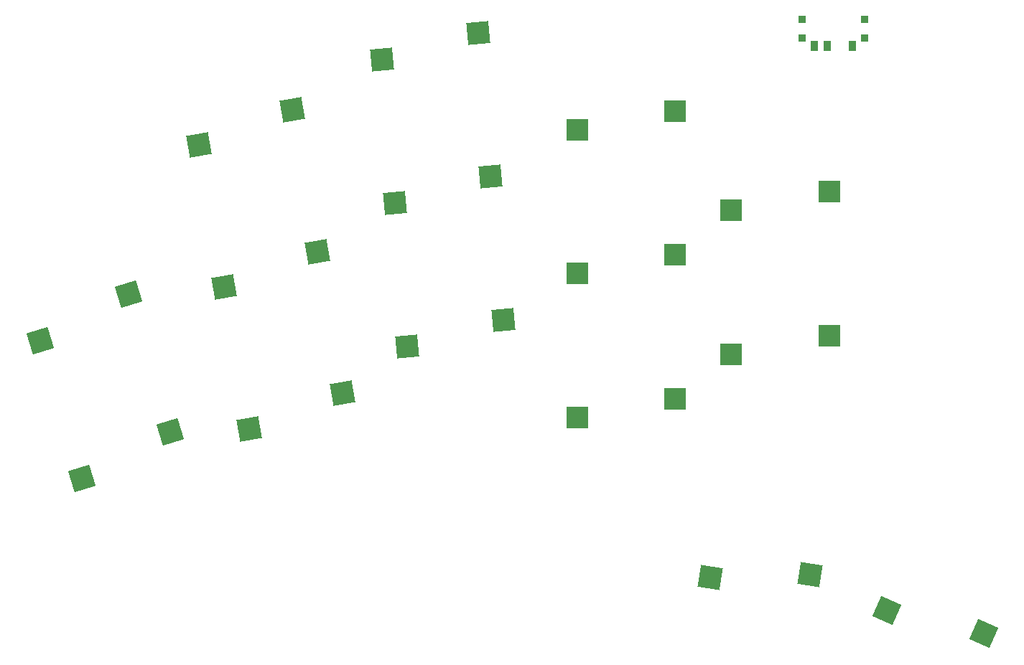
<source format=gtp>
%TF.GenerationSoftware,KiCad,Pcbnew,(6.0.4)*%
%TF.CreationDate,2022-06-23T05:48:14+02:00*%
%TF.ProjectId,battoota,62617474-6f6f-4746-912e-6b696361645f,v1.0.0*%
%TF.SameCoordinates,Original*%
%TF.FileFunction,Paste,Top*%
%TF.FilePolarity,Positive*%
%FSLAX46Y46*%
G04 Gerber Fmt 4.6, Leading zero omitted, Abs format (unit mm)*
G04 Created by KiCad (PCBNEW (6.0.4)) date 2022-06-23 05:48:14*
%MOMM*%
%LPD*%
G01*
G04 APERTURE LIST*
G04 Aperture macros list*
%AMRotRect*
0 Rectangle, with rotation*
0 The origin of the aperture is its center*
0 $1 length*
0 $2 width*
0 $3 Rotation angle, in degrees counterclockwise*
0 Add horizontal line*
21,1,$1,$2,0,0,$3*%
G04 Aperture macros list end*
%ADD10RotRect,2.600000X2.600000X10.000000*%
%ADD11RotRect,2.600000X2.600000X5.000000*%
%ADD12R,2.600000X2.600000*%
%ADD13R,0.900000X0.900000*%
%ADD14R,0.900000X1.250000*%
%ADD15RotRect,2.600000X2.600000X336.000000*%
%ADD16RotRect,2.600000X2.600000X17.000000*%
%ADD17RotRect,2.600000X2.600000X351.000000*%
G04 APERTURE END LIST*
D10*
%TO.C,S11*%
X73579148Y111173370D03*
X62586644Y107001157D03*
%TD*%
D11*
%TO.C,S15*%
X96965603Y103326959D03*
X85651297Y100128683D03*
%TD*%
D12*
%TO.C,S21*%
X118699790Y94027253D03*
X107149790Y91827254D03*
%TD*%
D13*
%TO.C,T1*%
X141068406Y119651838D03*
X133668406Y121851838D03*
X141068406Y121851838D03*
X133668406Y119651838D03*
D14*
X139618406Y118676838D03*
X136618406Y118676838D03*
X135118406Y118676838D03*
%TD*%
D12*
%TO.C,S29*%
X136874494Y101494490D03*
X125324494Y99294491D03*
%TD*%
D15*
%TO.C,S33*%
X155126734Y49341786D03*
X143680464Y52029796D03*
%TD*%
D10*
%TO.C,S7*%
X79483186Y77689906D03*
X68490682Y73517693D03*
%TD*%
D16*
%TO.C,S5*%
X54234545Y89377492D03*
X43832442Y83896730D03*
%TD*%
D12*
%TO.C,S27*%
X136874494Y84494490D03*
X125324494Y82294491D03*
%TD*%
D10*
%TO.C,S9*%
X76531167Y94431638D03*
X65538663Y90259425D03*
%TD*%
D11*
%TO.C,S13*%
X98447251Y86391649D03*
X87132945Y83193373D03*
%TD*%
%TO.C,S17*%
X95483956Y120262269D03*
X84169650Y117063993D03*
%TD*%
D17*
%TO.C,S31*%
X134641581Y56301431D03*
X122889625Y55935336D03*
%TD*%
D16*
%TO.C,S3*%
X59204864Y73120311D03*
X48802761Y67639549D03*
%TD*%
D12*
%TO.C,S23*%
X118699790Y111027253D03*
X107149790Y108827254D03*
%TD*%
%TO.C,S19*%
X118699790Y77027253D03*
X107149790Y74827254D03*
%TD*%
M02*

</source>
